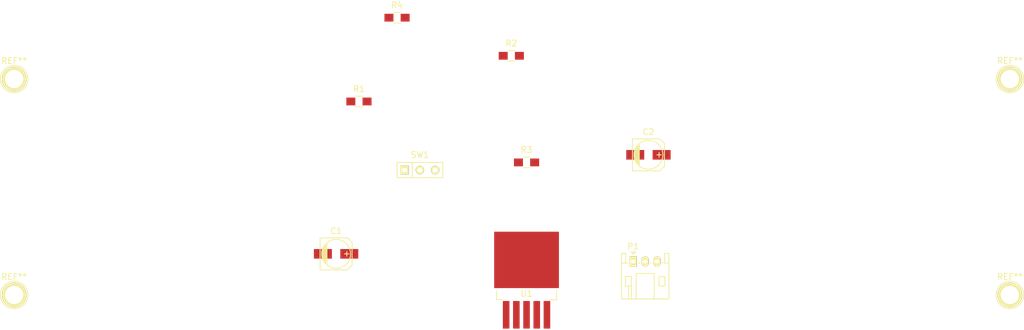
<source format=kicad_pcb>
(kicad_pcb (version 4) (host pcbnew 4.0.2-stable)

  (general
    (links 16)
    (no_connects 16)
    (area 0 0 0 0)
    (thickness 1.6)
    (drawings 0)
    (tracks 0)
    (zones 0)
    (modules 13)
    (nets 9)
  )

  (page A4)
  (layers
    (0 F.Cu signal)
    (31 B.Cu signal)
    (32 B.Adhes user)
    (33 F.Adhes user)
    (34 B.Paste user)
    (35 F.Paste user)
    (36 B.SilkS user)
    (37 F.SilkS user)
    (38 B.Mask user)
    (39 F.Mask user)
    (40 Dwgs.User user)
    (41 Cmts.User user)
    (42 Eco1.User user)
    (43 Eco2.User user)
    (44 Edge.Cuts user)
    (45 Margin user)
    (46 B.CrtYd user)
    (47 F.CrtYd user)
    (48 B.Fab user)
    (49 F.Fab user)
  )

  (setup
    (last_trace_width 0.25)
    (trace_clearance 0.2)
    (zone_clearance 0.508)
    (zone_45_only no)
    (trace_min 0.2)
    (segment_width 0.2)
    (edge_width 0.15)
    (via_size 0.6)
    (via_drill 0.4)
    (via_min_size 0.4)
    (via_min_drill 0.3)
    (uvia_size 0.3)
    (uvia_drill 0.1)
    (uvias_allowed no)
    (uvia_min_size 0.2)
    (uvia_min_drill 0.1)
    (pcb_text_width 0.3)
    (pcb_text_size 1.5 1.5)
    (mod_edge_width 0.15)
    (mod_text_size 1 1)
    (mod_text_width 0.15)
    (pad_size 4.064 4.064)
    (pad_drill 3.048)
    (pad_to_mask_clearance 0.2)
    (aux_axis_origin 0 0)
    (visible_elements FFFFFF7F)
    (pcbplotparams
      (layerselection 0x00030_80000001)
      (usegerberextensions false)
      (excludeedgelayer true)
      (linewidth 0.100000)
      (plotframeref false)
      (viasonmask false)
      (mode 1)
      (useauxorigin false)
      (hpglpennumber 1)
      (hpglpenspeed 20)
      (hpglpendiameter 15)
      (hpglpenoverlay 2)
      (psnegative false)
      (psa4output false)
      (plotreference true)
      (plotvalue true)
      (plotinvisibletext false)
      (padsonsilk false)
      (subtractmaskfromsilk false)
      (outputformat 1)
      (mirror false)
      (drillshape 1)
      (scaleselection 1)
      (outputdirectory ""))
  )

  (net 0 "")
  (net 1 "Net-(C1-Pad1)")
  (net 2 GND)
  (net 3 "/power supply/5V")
  (net 4 "Net-(P1-Pad1)")
  (net 5 "Net-(P1-Pad2)")
  (net 6 "Net-(R1-Pad1)")
  (net 7 "Net-(R2-Pad2)")
  (net 8 "Net-(SW1-Pad1)")

  (net_class Default "This is the default net class."
    (clearance 0.2)
    (trace_width 0.25)
    (via_dia 0.6)
    (via_drill 0.4)
    (uvia_dia 0.3)
    (uvia_drill 0.1)
    (add_net "/power supply/5V")
    (add_net GND)
    (add_net "Net-(C1-Pad1)")
    (add_net "Net-(P1-Pad1)")
    (add_net "Net-(P1-Pad2)")
    (add_net "Net-(R1-Pad1)")
    (add_net "Net-(R2-Pad2)")
    (add_net "Net-(SW1-Pad1)")
  )

  (module Connect:1pin locked (layer F.Cu) (tedit 575C17BE) (tstamp 575CD5BF)
    (at 65.71 72.46)
    (descr "module 1 pin (ou trou mecanique de percage)")
    (tags DEV)
    (fp_text reference REF** (at 0 -3.048) (layer F.SilkS)
      (effects (font (size 1 1) (thickness 0.15)))
    )
    (fp_text value 1pin (at 0 2.794) (layer F.Fab)
      (effects (font (size 1 1) (thickness 0.15)))
    )
    (fp_circle (center 0 0) (end 0 -2.286) (layer F.SilkS) (width 0.15))
    (pad 1 thru_hole circle (at 0 0) (size 4.064 4.064) (drill 3.048) (layers *.Cu *.Mask F.SilkS))
  )

  (module Connect:1pin locked (layer F.Cu) (tedit 0) (tstamp 575CD5CB)
    (at 65.71 108.46)
    (descr "module 1 pin (ou trou mecanique de percage)")
    (tags DEV)
    (fp_text reference REF** (at 0 -3.048) (layer F.SilkS)
      (effects (font (size 1 1) (thickness 0.15)))
    )
    (fp_text value 1pin (at 0 2.794) (layer F.Fab)
      (effects (font (size 1 1) (thickness 0.15)))
    )
    (fp_circle (center 0 0) (end 0 -2.286) (layer F.SilkS) (width 0.15))
    (pad 1 thru_hole circle (at 0 0) (size 4.064 4.064) (drill 3.048) (layers *.Cu *.Mask F.SilkS))
  )

  (module Connect:1pin locked (layer F.Cu) (tedit 0) (tstamp 575CD5D1)
    (at 231.71 72.46)
    (descr "module 1 pin (ou trou mecanique de percage)")
    (tags DEV)
    (fp_text reference REF** (at 0 -3.048) (layer F.SilkS)
      (effects (font (size 1 1) (thickness 0.15)))
    )
    (fp_text value 1pin (at 0 2.794) (layer F.Fab)
      (effects (font (size 1 1) (thickness 0.15)))
    )
    (fp_circle (center 0 0) (end 0 -2.286) (layer F.SilkS) (width 0.15))
    (pad 1 thru_hole circle (at 0 0) (size 4.064 4.064) (drill 3.048) (layers *.Cu *.Mask F.SilkS))
  )

  (module Connect:1pin locked (layer F.Cu) (tedit 0) (tstamp 575CD5D7)
    (at 231.71 108.46)
    (descr "module 1 pin (ou trou mecanique de percage)")
    (tags DEV)
    (fp_text reference REF** (at 0 -3.048) (layer F.SilkS)
      (effects (font (size 1 1) (thickness 0.15)))
    )
    (fp_text value 1pin (at 0 2.794) (layer F.Fab)
      (effects (font (size 1 1) (thickness 0.15)))
    )
    (fp_circle (center 0 0) (end 0 -2.286) (layer F.SilkS) (width 0.15))
    (pad 1 thru_hole circle (at 0 0) (size 4.064 4.064) (drill 3.048) (layers *.Cu *.Mask F.SilkS))
  )

  (module Capacitors_SMD:c_elec_5x5.3 (layer F.Cu) (tedit 55725CA0) (tstamp 575C353E)
    (at 119.38 101.6)
    (descr "SMT capacitor, aluminium electrolytic, 5x5.3")
    (path /57541CB2/5754A94D)
    (attr smd)
    (fp_text reference C1 (at 0 -3.81) (layer F.SilkS)
      (effects (font (size 1 1) (thickness 0.15)))
    )
    (fp_text value 10uF (at 0 3.81) (layer F.Fab)
      (effects (font (size 1 1) (thickness 0.15)))
    )
    (fp_line (start -3.95 -3) (end 3.95 -3) (layer F.CrtYd) (width 0.05))
    (fp_line (start 3.95 -3) (end 3.95 3) (layer F.CrtYd) (width 0.05))
    (fp_line (start 3.95 3) (end -3.95 3) (layer F.CrtYd) (width 0.05))
    (fp_line (start -3.95 3) (end -3.95 -3) (layer F.CrtYd) (width 0.05))
    (fp_line (start -2.286 -0.635) (end -2.286 0.762) (layer F.SilkS) (width 0.15))
    (fp_line (start -2.159 -0.889) (end -2.159 0.889) (layer F.SilkS) (width 0.15))
    (fp_line (start -2.032 -1.27) (end -2.032 1.27) (layer F.SilkS) (width 0.15))
    (fp_line (start -1.905 1.397) (end -1.905 -1.397) (layer F.SilkS) (width 0.15))
    (fp_line (start -1.778 -1.524) (end -1.778 1.524) (layer F.SilkS) (width 0.15))
    (fp_line (start -1.651 1.651) (end -1.651 -1.651) (layer F.SilkS) (width 0.15))
    (fp_line (start -1.524 -1.778) (end -1.524 1.778) (layer F.SilkS) (width 0.15))
    (fp_line (start -2.667 -2.667) (end 1.905 -2.667) (layer F.SilkS) (width 0.15))
    (fp_line (start 1.905 -2.667) (end 2.667 -1.905) (layer F.SilkS) (width 0.15))
    (fp_line (start 2.667 -1.905) (end 2.667 1.905) (layer F.SilkS) (width 0.15))
    (fp_line (start 2.667 1.905) (end 1.905 2.667) (layer F.SilkS) (width 0.15))
    (fp_line (start 1.905 2.667) (end -2.667 2.667) (layer F.SilkS) (width 0.15))
    (fp_line (start -2.667 2.667) (end -2.667 -2.667) (layer F.SilkS) (width 0.15))
    (fp_line (start 2.159 0) (end 1.397 0) (layer F.SilkS) (width 0.15))
    (fp_line (start 1.778 -0.381) (end 1.778 0.381) (layer F.SilkS) (width 0.15))
    (fp_circle (center 0 0) (end -2.413 0) (layer F.SilkS) (width 0.15))
    (pad 1 smd rect (at 2.19964 0) (size 2.99974 1.6002) (layers F.Cu F.Paste F.Mask)
      (net 1 "Net-(C1-Pad1)"))
    (pad 2 smd rect (at -2.19964 0) (size 2.99974 1.6002) (layers F.Cu F.Paste F.Mask)
      (net 2 GND))
    (model Capacitors_SMD.3dshapes/c_elec_5x5.3.wrl
      (at (xyz 0 0 0))
      (scale (xyz 1 1 1))
      (rotate (xyz 0 0 0))
    )
  )

  (module Capacitors_SMD:c_elec_5x5.3 (layer F.Cu) (tedit 55725CA0) (tstamp 575C3544)
    (at 171.45 85.09)
    (descr "SMT capacitor, aluminium electrolytic, 5x5.3")
    (path /57541CB2/5754A647)
    (attr smd)
    (fp_text reference C2 (at 0 -3.81) (layer F.SilkS)
      (effects (font (size 1 1) (thickness 0.15)))
    )
    (fp_text value 22uF (at 0 3.81) (layer F.Fab)
      (effects (font (size 1 1) (thickness 0.15)))
    )
    (fp_line (start -3.95 -3) (end 3.95 -3) (layer F.CrtYd) (width 0.05))
    (fp_line (start 3.95 -3) (end 3.95 3) (layer F.CrtYd) (width 0.05))
    (fp_line (start 3.95 3) (end -3.95 3) (layer F.CrtYd) (width 0.05))
    (fp_line (start -3.95 3) (end -3.95 -3) (layer F.CrtYd) (width 0.05))
    (fp_line (start -2.286 -0.635) (end -2.286 0.762) (layer F.SilkS) (width 0.15))
    (fp_line (start -2.159 -0.889) (end -2.159 0.889) (layer F.SilkS) (width 0.15))
    (fp_line (start -2.032 -1.27) (end -2.032 1.27) (layer F.SilkS) (width 0.15))
    (fp_line (start -1.905 1.397) (end -1.905 -1.397) (layer F.SilkS) (width 0.15))
    (fp_line (start -1.778 -1.524) (end -1.778 1.524) (layer F.SilkS) (width 0.15))
    (fp_line (start -1.651 1.651) (end -1.651 -1.651) (layer F.SilkS) (width 0.15))
    (fp_line (start -1.524 -1.778) (end -1.524 1.778) (layer F.SilkS) (width 0.15))
    (fp_line (start -2.667 -2.667) (end 1.905 -2.667) (layer F.SilkS) (width 0.15))
    (fp_line (start 1.905 -2.667) (end 2.667 -1.905) (layer F.SilkS) (width 0.15))
    (fp_line (start 2.667 -1.905) (end 2.667 1.905) (layer F.SilkS) (width 0.15))
    (fp_line (start 2.667 1.905) (end 1.905 2.667) (layer F.SilkS) (width 0.15))
    (fp_line (start 1.905 2.667) (end -2.667 2.667) (layer F.SilkS) (width 0.15))
    (fp_line (start -2.667 2.667) (end -2.667 -2.667) (layer F.SilkS) (width 0.15))
    (fp_line (start 2.159 0) (end 1.397 0) (layer F.SilkS) (width 0.15))
    (fp_line (start 1.778 -0.381) (end 1.778 0.381) (layer F.SilkS) (width 0.15))
    (fp_circle (center 0 0) (end -2.413 0) (layer F.SilkS) (width 0.15))
    (pad 1 smd rect (at 2.19964 0) (size 2.99974 1.6002) (layers F.Cu F.Paste F.Mask)
      (net 3 "/power supply/5V"))
    (pad 2 smd rect (at -2.19964 0) (size 2.99974 1.6002) (layers F.Cu F.Paste F.Mask)
      (net 2 GND))
    (model Capacitors_SMD.3dshapes/c_elec_5x5.3.wrl
      (at (xyz 0 0 0))
      (scale (xyz 1 1 1))
      (rotate (xyz 0 0 0))
    )
  )

  (module Connectors_JST:JST_PH_S3B-PH-K_03x2.00mm_Angled (layer F.Cu) (tedit 56B07786) (tstamp 575C354B)
    (at 168.91 102.87)
    (descr http://www.jst-mfg.com/product/pdf/eng/ePH.pdf)
    (tags "connector jst ph")
    (path /57541CB2/5754C905)
    (fp_text reference P1 (at 0 -2.5) (layer F.SilkS)
      (effects (font (size 1 1) (thickness 0.15)))
    )
    (fp_text value CONN_01X03 (at 2 7.5) (layer F.Fab)
      (effects (font (size 1 1) (thickness 0.15)))
    )
    (fp_line (start 0.5 6.25) (end 0.5 2) (layer F.SilkS) (width 0.15))
    (fp_line (start 0.5 2) (end 3.5 2) (layer F.SilkS) (width 0.15))
    (fp_line (start 3.5 2) (end 3.5 6.25) (layer F.SilkS) (width 0.15))
    (fp_line (start -0.9 0.25) (end -1.25 0.25) (layer F.SilkS) (width 0.15))
    (fp_line (start -1.25 0.25) (end -1.25 -1.35) (layer F.SilkS) (width 0.15))
    (fp_line (start -1.25 -1.35) (end -1.95 -1.35) (layer F.SilkS) (width 0.15))
    (fp_line (start -1.95 -1.35) (end -1.95 6.25) (layer F.SilkS) (width 0.15))
    (fp_line (start -1.95 6.25) (end 5.95 6.25) (layer F.SilkS) (width 0.15))
    (fp_line (start 5.95 6.25) (end 5.95 -1.35) (layer F.SilkS) (width 0.15))
    (fp_line (start 5.95 -1.35) (end 5.25 -1.35) (layer F.SilkS) (width 0.15))
    (fp_line (start 5.25 -1.35) (end 5.25 0.25) (layer F.SilkS) (width 0.15))
    (fp_line (start 5.25 0.25) (end 4.9 0.25) (layer F.SilkS) (width 0.15))
    (fp_line (start 0 -1.2) (end -0.4 -1.6) (layer F.SilkS) (width 0.15))
    (fp_line (start -0.4 -1.6) (end 0.4 -1.6) (layer F.SilkS) (width 0.15))
    (fp_line (start 0.4 -1.6) (end 0 -1.2) (layer F.SilkS) (width 0.15))
    (fp_line (start -1.95 0.25) (end -1.25 0.25) (layer F.SilkS) (width 0.15))
    (fp_line (start 5.95 0.25) (end 5.25 0.25) (layer F.SilkS) (width 0.15))
    (fp_line (start -1.3 2.5) (end -1.3 4.1) (layer F.SilkS) (width 0.15))
    (fp_line (start -1.3 4.1) (end -0.3 4.1) (layer F.SilkS) (width 0.15))
    (fp_line (start -0.3 4.1) (end -0.3 2.5) (layer F.SilkS) (width 0.15))
    (fp_line (start -0.3 2.5) (end -1.3 2.5) (layer F.SilkS) (width 0.15))
    (fp_line (start 5.3 2.5) (end 5.3 4.1) (layer F.SilkS) (width 0.15))
    (fp_line (start 5.3 4.1) (end 4.3 4.1) (layer F.SilkS) (width 0.15))
    (fp_line (start 4.3 4.1) (end 4.3 2.5) (layer F.SilkS) (width 0.15))
    (fp_line (start 4.3 2.5) (end 5.3 2.5) (layer F.SilkS) (width 0.15))
    (fp_line (start -0.3 4.1) (end -0.3 6.25) (layer F.SilkS) (width 0.15))
    (fp_line (start -0.8 4.1) (end -0.8 6.25) (layer F.SilkS) (width 0.15))
    (fp_line (start 0.9 0.25) (end 1.1 0.25) (layer F.SilkS) (width 0.15))
    (fp_line (start 2.9 0.25) (end 3.1 0.25) (layer F.SilkS) (width 0.15))
    (fp_line (start -2.45 6.75) (end -2.45 -1.85) (layer F.CrtYd) (width 0.05))
    (fp_line (start -2.45 -1.85) (end 6.45 -1.85) (layer F.CrtYd) (width 0.05))
    (fp_line (start 6.45 -1.85) (end 6.45 6.75) (layer F.CrtYd) (width 0.05))
    (fp_line (start 6.45 6.75) (end -2.45 6.75) (layer F.CrtYd) (width 0.05))
    (pad 1 thru_hole rect (at 0 0) (size 1.2 1.7) (drill 0.7) (layers *.Cu *.Mask F.SilkS)
      (net 4 "Net-(P1-Pad1)"))
    (pad 2 thru_hole oval (at 2 0) (size 1.2 1.7) (drill 0.7) (layers *.Cu *.Mask F.SilkS)
      (net 5 "Net-(P1-Pad2)"))
    (pad 3 thru_hole oval (at 4 0) (size 1.2 1.7) (drill 0.7) (layers *.Cu *.Mask F.SilkS)
      (net 2 GND))
  )

  (module Resistors_SMD:R_0805_HandSoldering (layer F.Cu) (tedit 54189DEE) (tstamp 575C3551)
    (at 123.19 76.2)
    (descr "Resistor SMD 0805, hand soldering")
    (tags "resistor 0805")
    (path /57541CB2/5754A8BE)
    (attr smd)
    (fp_text reference R1 (at 0 -2.1) (layer F.SilkS)
      (effects (font (size 1 1) (thickness 0.15)))
    )
    (fp_text value 100K (at 0 2.1) (layer F.Fab)
      (effects (font (size 1 1) (thickness 0.15)))
    )
    (fp_line (start -2.4 -1) (end 2.4 -1) (layer F.CrtYd) (width 0.05))
    (fp_line (start -2.4 1) (end 2.4 1) (layer F.CrtYd) (width 0.05))
    (fp_line (start -2.4 -1) (end -2.4 1) (layer F.CrtYd) (width 0.05))
    (fp_line (start 2.4 -1) (end 2.4 1) (layer F.CrtYd) (width 0.05))
    (fp_line (start 0.6 0.875) (end -0.6 0.875) (layer F.SilkS) (width 0.15))
    (fp_line (start -0.6 -0.875) (end 0.6 -0.875) (layer F.SilkS) (width 0.15))
    (pad 1 smd rect (at -1.35 0) (size 1.5 1.3) (layers F.Cu F.Paste F.Mask)
      (net 6 "Net-(R1-Pad1)"))
    (pad 2 smd rect (at 1.35 0) (size 1.5 1.3) (layers F.Cu F.Paste F.Mask)
      (net 1 "Net-(C1-Pad1)"))
    (model Resistors_SMD.3dshapes/R_0805_HandSoldering.wrl
      (at (xyz 0 0 0))
      (scale (xyz 1 1 1))
      (rotate (xyz 0 0 0))
    )
  )

  (module Resistors_SMD:R_0805_HandSoldering (layer F.Cu) (tedit 54189DEE) (tstamp 575C3557)
    (at 148.59 68.58)
    (descr "Resistor SMD 0805, hand soldering")
    (tags "resistor 0805")
    (path /57541CB2/5754A017)
    (attr smd)
    (fp_text reference R2 (at 0 -2.1) (layer F.SilkS)
      (effects (font (size 1 1) (thickness 0.15)))
    )
    (fp_text value 100K (at 0 2.1) (layer F.Fab)
      (effects (font (size 1 1) (thickness 0.15)))
    )
    (fp_line (start -2.4 -1) (end 2.4 -1) (layer F.CrtYd) (width 0.05))
    (fp_line (start -2.4 1) (end 2.4 1) (layer F.CrtYd) (width 0.05))
    (fp_line (start -2.4 -1) (end -2.4 1) (layer F.CrtYd) (width 0.05))
    (fp_line (start 2.4 -1) (end 2.4 1) (layer F.CrtYd) (width 0.05))
    (fp_line (start 0.6 0.875) (end -0.6 0.875) (layer F.SilkS) (width 0.15))
    (fp_line (start -0.6 -0.875) (end 0.6 -0.875) (layer F.SilkS) (width 0.15))
    (pad 1 smd rect (at -1.35 0) (size 1.5 1.3) (layers F.Cu F.Paste F.Mask)
      (net 3 "/power supply/5V"))
    (pad 2 smd rect (at 1.35 0) (size 1.5 1.3) (layers F.Cu F.Paste F.Mask)
      (net 7 "Net-(R2-Pad2)"))
    (model Resistors_SMD.3dshapes/R_0805_HandSoldering.wrl
      (at (xyz 0 0 0))
      (scale (xyz 1 1 1))
      (rotate (xyz 0 0 0))
    )
  )

  (module Resistors_SMD:R_0805_HandSoldering (layer F.Cu) (tedit 54189DEE) (tstamp 575C355D)
    (at 151.13 86.36)
    (descr "Resistor SMD 0805, hand soldering")
    (tags "resistor 0805")
    (path /57541CB2/57549FCD)
    (attr smd)
    (fp_text reference R3 (at 0 -2.1) (layer F.SilkS)
      (effects (font (size 1 1) (thickness 0.15)))
    )
    (fp_text value 33K (at 0 2.1) (layer F.Fab)
      (effects (font (size 1 1) (thickness 0.15)))
    )
    (fp_line (start -2.4 -1) (end 2.4 -1) (layer F.CrtYd) (width 0.05))
    (fp_line (start -2.4 1) (end 2.4 1) (layer F.CrtYd) (width 0.05))
    (fp_line (start -2.4 -1) (end -2.4 1) (layer F.CrtYd) (width 0.05))
    (fp_line (start 2.4 -1) (end 2.4 1) (layer F.CrtYd) (width 0.05))
    (fp_line (start 0.6 0.875) (end -0.6 0.875) (layer F.SilkS) (width 0.15))
    (fp_line (start -0.6 -0.875) (end 0.6 -0.875) (layer F.SilkS) (width 0.15))
    (pad 1 smd rect (at -1.35 0) (size 1.5 1.3) (layers F.Cu F.Paste F.Mask)
      (net 7 "Net-(R2-Pad2)"))
    (pad 2 smd rect (at 1.35 0) (size 1.5 1.3) (layers F.Cu F.Paste F.Mask)
      (net 2 GND))
    (model Resistors_SMD.3dshapes/R_0805_HandSoldering.wrl
      (at (xyz 0 0 0))
      (scale (xyz 1 1 1))
      (rotate (xyz 0 0 0))
    )
  )

  (module Resistors_SMD:R_0805_HandSoldering (layer F.Cu) (tedit 54189DEE) (tstamp 575C3563)
    (at 129.54 62.23)
    (descr "Resistor SMD 0805, hand soldering")
    (tags "resistor 0805")
    (path /57541CB2/5754CD60)
    (attr smd)
    (fp_text reference R4 (at 0 -2.1) (layer F.SilkS)
      (effects (font (size 1 1) (thickness 0.15)))
    )
    (fp_text value 15K (at 0 2.1) (layer F.Fab)
      (effects (font (size 1 1) (thickness 0.15)))
    )
    (fp_line (start -2.4 -1) (end 2.4 -1) (layer F.CrtYd) (width 0.05))
    (fp_line (start -2.4 1) (end 2.4 1) (layer F.CrtYd) (width 0.05))
    (fp_line (start -2.4 -1) (end -2.4 1) (layer F.CrtYd) (width 0.05))
    (fp_line (start 2.4 -1) (end 2.4 1) (layer F.CrtYd) (width 0.05))
    (fp_line (start 0.6 0.875) (end -0.6 0.875) (layer F.SilkS) (width 0.15))
    (fp_line (start -0.6 -0.875) (end 0.6 -0.875) (layer F.SilkS) (width 0.15))
    (pad 1 smd rect (at -1.35 0) (size 1.5 1.3) (layers F.Cu F.Paste F.Mask)
      (net 2 GND))
    (pad 2 smd rect (at 1.35 0) (size 1.5 1.3) (layers F.Cu F.Paste F.Mask)
      (net 6 "Net-(R1-Pad1)"))
    (model Resistors_SMD.3dshapes/R_0805_HandSoldering.wrl
      (at (xyz 0 0 0))
      (scale (xyz 1 1 1))
      (rotate (xyz 0 0 0))
    )
  )

  (module Buttons_Switches_ThroughHole:SW_Micro_SPST (layer F.Cu) (tedit 54BFC180) (tstamp 575C356A)
    (at 133.35 87.63)
    (tags "Switch Micro SPST")
    (path /57541CB2/575C3486)
    (fp_text reference SW1 (at 0 -2.54) (layer F.SilkS)
      (effects (font (size 1 1) (thickness 0.15)))
    )
    (fp_text value SWITCH_INV (at 0.025 2.45) (layer F.Fab)
      (effects (font (size 1 1) (thickness 0.15)))
    )
    (fp_line (start -3.81 1.27) (end -3.81 -1.27) (layer F.SilkS) (width 0.15))
    (fp_line (start -3.81 -1.27) (end 3.81 -1.27) (layer F.SilkS) (width 0.15))
    (fp_line (start 3.81 -1.27) (end 3.81 1.27) (layer F.SilkS) (width 0.15))
    (fp_line (start 3.81 1.27) (end -3.81 1.27) (layer F.SilkS) (width 0.15))
    (fp_line (start -1.27 -1.27) (end -1.27 1.27) (layer F.SilkS) (width 0.15))
    (pad 1 thru_hole rect (at -2.54 0) (size 1.397 1.397) (drill 0.8128) (layers *.Cu *.Mask F.SilkS)
      (net 8 "Net-(SW1-Pad1)"))
    (pad 2 thru_hole circle (at 0 0) (size 1.397 1.397) (drill 0.8128) (layers *.Cu *.Mask F.SilkS)
      (net 4 "Net-(P1-Pad1)"))
    (pad 3 thru_hole circle (at 2.54 0) (size 1.397 1.397) (drill 0.8128) (layers *.Cu *.Mask F.SilkS)
      (net 1 "Net-(C1-Pad1)"))
    (model Buttons_Switches_ThroughHole.3dshapes/SW_Micro_SPST.wrl
      (at (xyz 0 0 0))
      (scale (xyz 0.33 0.33 0.33))
      (rotate (xyz 0 0 0))
    )
  )

  (module TO_SOT_Packages_SMD:TO-263-5Lead (layer F.Cu) (tedit 55D39254) (tstamp 575C3574)
    (at 151.13 111.76 90)
    (descr "D2PAK / TO-263 3-lead smd package")
    (tags "D2PAK D2PAK-3 TO-263AB TO-263")
    (path /57541CB2/5754A54D)
    (attr smd)
    (fp_text reference U1 (at 3.5 0 180) (layer F.SilkS)
      (effects (font (size 1 1) (thickness 0.15)))
    )
    (fp_text value MIC29312 (at 15.25 -0.25 180) (layer F.Fab)
      (effects (font (size 1 1) (thickness 0.15)))
    )
    (fp_line (start 14.1 5.65) (end -2.55 5.65) (layer F.CrtYd) (width 0.05))
    (fp_line (start 14.1 -5.65) (end 14.1 5.65) (layer F.CrtYd) (width 0.05))
    (fp_line (start 14.1 -5.65) (end -2.55 -5.65) (layer F.CrtYd) (width 0.05))
    (fp_line (start -2.55 -5.65) (end -2.55 5.65) (layer F.CrtYd) (width 0.05))
    (fp_line (start 2.5 5) (end 2.5 3.75) (layer F.SilkS) (width 0.15))
    (fp_line (start 2.5 5) (end 4 5) (layer F.SilkS) (width 0.15))
    (fp_line (start 2.5 -5) (end 4 -5) (layer F.SilkS) (width 0.15))
    (fp_line (start 2.5 -5) (end 2.5 -3.75) (layer F.SilkS) (width 0.15))
    (pad 5 smd rect (at 0 3.4 90) (size 4.6 1.1) (layers F.Cu F.Paste F.Mask)
      (net 7 "Net-(R2-Pad2)"))
    (pad 4 smd rect (at 0 1.7 90) (size 4.6 1.1) (layers F.Cu F.Paste F.Mask)
      (net 3 "/power supply/5V"))
    (pad 2 smd rect (at 0 -1.7 90) (size 4.6 1.1) (layers F.Cu F.Paste F.Mask)
      (net 1 "Net-(C1-Pad1)"))
    (pad 3 smd rect (at 9.15 0 90) (size 9.4 10.8) (layers F.Cu F.Paste F.Mask)
      (net 2 GND))
    (pad 3 smd rect (at 0 0 90) (size 4.6 1.1) (layers F.Cu F.Paste F.Mask)
      (net 2 GND))
    (pad 1 smd rect (at 0 -3.4 90) (size 4.6 1.1) (layers F.Cu F.Paste F.Mask)
      (net 6 "Net-(R1-Pad1)"))
    (model TO_SOT_Packages_SMD.3dshapes/TO-263-5Lead.wrl
      (at (xyz 0 0 0))
      (scale (xyz 1 1 1))
      (rotate (xyz 0 0 90))
    )
  )

)

</source>
